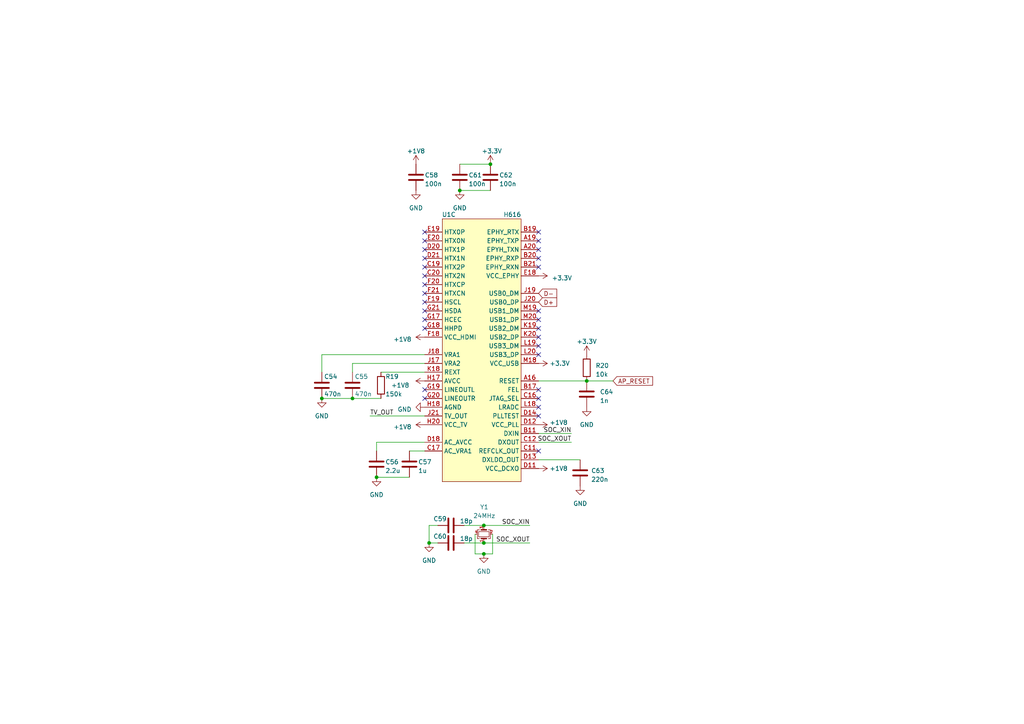
<source format=kicad_sch>
(kicad_sch (version 20231120) (generator "eeschema") (generator_version "8.0")
  (paper "A4")
  (lib_symbols
    (symbol "Device:C" (pin_numbers hide) (pin_names (offset 0.254))
      (property "Reference" "C" (at 0.635 2.54 0))
      (property "Value" "C" (at 0.635 -2.54 0))
      (symbol "C_0_1"
        (polyline (pts (xy -2.032 -0.762) (xy 2.032 -0.762)) (stroke (width 0.508)))
        (polyline (pts (xy -2.032 0.762) (xy 2.032 0.762)) (stroke (width 0.508)))
      )
      (symbol "C_1_1"
        (pin passive line (at 0 3.81 270) (length 2.794) (name "~") (number "1"))
        (pin passive line (at 0 -3.81 90) (length 2.794) (name "~") (number "2"))
      )
    )
    (symbol "Device:Crystal_GND24_Small" (pin_names (offset 1.016) hide)
      (property "Reference" "Y" (at 1.27 4.445 0))
      (property "Value" "Crystal_GND24_Small" (at 1.27 2.54 0))
      (symbol "Crystal_GND24_Small_0_1"
        (rectangle (start -0.762 -1.524) (end 0.762 1.524))
        (polyline (pts (xy -1.27 -0.762) (xy -1.27 0.762)) (stroke (width 0.381)))
        (polyline (pts (xy 1.27 -0.762) (xy 1.27 0.762)) (stroke (width 0.381)))
        (polyline (pts (xy -1.27 -1.27) (xy -1.27 -1.905) (xy 1.27 -1.905) (xy 1.27 -1.27)))
        (polyline (pts (xy -1.27 1.27) (xy -1.27 1.905) (xy 1.27 1.905) (xy 1.27 1.27)))
      )
      (symbol "Crystal_GND24_Small_1_1"
        (pin passive line (at -2.54 0 0) (length 1.27) (name "1") (number "1"))
        (pin passive line (at 0 -2.54 90) (length 0.635) (name "2") (number "2"))
        (pin passive line (at 2.54 0 180) (length 1.27) (name "3") (number "3"))
        (pin passive line (at 0 2.54 270) (length 0.635) (name "4") (number "4"))
      )
    )
    (symbol "Device:R" (pin_numbers hide) (pin_names (offset 0))
      (property "Reference" "R" (at 2.032 0 90))
      (property "Value" "R" (at 0 0 90))
      (symbol "R_0_1"
        (rectangle (start -1.016 -2.54) (end 1.016 2.54) (stroke (width 0.254)))
      )
      (symbol "R_1_1"
        (pin passive line (at 0 3.81 270) (length 1.27) (name "~") (number "1"))
        (pin passive line (at 0 -3.81 90) (length 1.27) (name "~") (number "2"))
      )
    )
    (symbol "H616_lib:H616"
      (property "Reference" "U" (at 0 0 0))
      (symbol "H616_1_1"
        (rectangle (start -7.62 -2.54) (end 15.24 -118.11) (fill (type background)))
        (pin input line (at 20.32 -92.71 180) (length 5.08) (name "VCC_DRAM2") (number "L10"))
        (pin input line (at 20.32 -95.25 180) (length 5.08) (name "VCC_DRAM3") (number "L11"))
        (pin input line (at 20.32 -97.79 180) (length 5.08) (name "VCC_DRAM4") (number "L12"))
        (pin input line (at 20.32 -100.33 180) (length 5.08) (name "VCC_DRAM5") (number "L13"))
        (pin input line (at 20.32 -102.87 180) (length 5.08) (name "VDD18_DRAM") (number "L14"))
        (pin input line (at 20.32 -87.63 180) (length 5.08) (name "SZQ") (number "L15"))
        (pin input line (at 20.32 -90.17 180) (length 5.08) (name "VCC_DRAM1") (number "L9"))
        (pin input line (at -12.7 -113.03 0) (length 5.08) (name "SDQM3") (number "N10"))
        (pin input line (at -12.7 -44.45 0) (length 5.08) (name "SA15") (number "N13"))
        (pin input line (at -12.7 -29.21 0) (length 5.08) (name "SA9") (number "N16"))
        (pin input line (at -12.7 -24.13 0) (length 5.08) (name "SA7") (number "N19"))
        (pin input line (at 20.32 -11.43 180) (length 5.08) (name "SDQ2") (number "N2"))
        (pin input line (at -12.7 -69.85 0) (length 5.08) (name "SODT1") (number "N20"))
        (pin input line (at -12.7 -49.53 0) (length 5.08) (name "SBA0") (number "N21"))
        (pin input line (at 20.32 -6.35 180) (length 5.08) (name "SDQ0") (number "N3"))
        (pin input line (at 20.32 -39.37 180) (length 5.08) (name "SDQ13") (number "N4"))
        (pin input line (at 20.32 -44.45 180) (length 5.08) (name "SDQ15") (number "N5"))
        (pin input line (at 20.32 -72.39 180) (length 5.08) (name "SDQ26") (number "N7"))
        (pin input line (at 20.32 -19.05 180) (length 5.08) (name "SDQ5") (number "P1"))
        (pin input line (at 20.32 -77.47 180) (length 5.08) (name "SDQ28") (number "P10"))
        (pin input line (at 20.32 -82.55 180) (length 5.08) (name "SDQ30") (number "P12"))
        (pin input line (at -12.7 -80.01 0) (length 5.08) (name "SCKE1") (number "P13"))
        (pin input line (at -12.7 -19.05 0) (length 5.08) (name "SA5") (number "P15"))
        (pin input line (at -12.7 -39.37 0) (length 5.08) (name "SA13") (number "P16"))
        (pin input line (at -12.7 -59.69 0) (length 5.08) (name "SACT") (number "P18"))
        (pin input line (at 20.32 -24.13 180) (length 5.08) (name "SDQ7") (number "P2"))
        (pin input line (at -12.7 -54.61 0) (length 5.08) (name "SBG0") (number "P20"))
        (pin input line (at -12.7 -57.15 0) (length 5.08) (name "SBG1") (number "P21"))
        (pin input line (at 20.32 -31.75 180) (length 5.08) (name "SDQ10") (number "P4"))
        (pin input line (at 20.32 -26.67 180) (length 5.08) (name "SDQ8") (number "P5"))
        (pin input line (at 20.32 -41.91 180) (length 5.08) (name "SDQ14") (number "P6"))
        (pin input line (at 20.32 -69.85 180) (length 5.08) (name "SDQ25") (number "P7"))
        (pin input line (at 20.32 -74.93 180) (length 5.08) (name "SDQ27") (number "P9"))
        (pin input line (at -12.7 -87.63 0) (length 5.08) (name "SDQS0N") (number "R1"))
        (pin input line (at 20.32 -85.09 180) (length 5.08) (name "SDQ31") (number "R12"))
        (pin input line (at -12.7 -52.07 0) (length 5.08) (name "SBA1") (number "R15"))
        (pin input line (at -12.7 -16.51 0) (length 5.08) (name "SA4") (number "R18"))
        (pin input line (at -12.7 -31.75 0) (length 5.08) (name "SA10") (number "R19"))
        (pin input line (at -12.7 -85.09 0) (length 5.08) (name "SDQS0P") (number "R2"))
        (pin input line (at -12.7 -64.77 0) (length 5.08) (name "SCS1") (number "R20"))
        (pin input line (at -12.7 -107.95 0) (length 5.08) (name "SDQM1") (number "R3"))
        (pin input line (at 20.32 -34.29 180) (length 5.08) (name "SDQ11") (number "R4"))
        (pin input line (at 20.32 -36.83 180) (length 5.08) (name "SDQ12") (number "R6"))
        (pin input line (at 20.32 -67.31 180) (length 5.08) (name "SDQ24") (number "R9"))
        (pin input line (at 20.32 -46.99 180) (length 5.08) (name "SDQ16") (number "T11"))
        (pin input line (at 20.32 -52.07 180) (length 5.08) (name "SDQ18") (number "T12"))
        (pin input line (at -12.7 -72.39 0) (length 5.08) (name "SCKP") (number "T14"))
        (pin input line (at -12.7 -13.97 0) (length 5.08) (name "SA3") (number "T16"))
        (pin input line (at -12.7 -11.43 0) (length 5.08) (name "SA2") (number "T18"))
        (pin input line (at 20.32 -21.59 180) (length 5.08) (name "SDQ6") (number "T2"))
        (pin input line (at -12.7 -67.31 0) (length 5.08) (name "SODT0") (number "T20"))
        (pin input line (at -12.7 -6.35 0) (length 5.08) (name "SA0") (number "T21"))
        (pin input line (at 20.32 -13.97 180) (length 5.08) (name "SDQ3") (number "T4"))
        (pin input line (at 20.32 -64.77 180) (length 5.08) (name "SDQ23") (number "T5"))
        (pin input line (at 20.32 -57.15 180) (length 5.08) (name "SDQ20") (number "T6"))
        (pin input line (at 20.32 -62.23 180) (length 5.08) (name "SDQ22") (number "T7"))
        (pin input line (at -12.7 -110.49 0) (length 5.08) (name "SDQM2") (number "T9"))
        (pin input line (at -12.7 -105.41 0) (length 5.08) (name "SDQM0") (number "U1"))
        (pin input line (at -12.7 -102.87 0) (length 5.08) (name "SDQS3N") (number "U10"))
        (pin input line (at 20.32 -80.01 180) (length 5.08) (name "SDQ29") (number "U11"))
        (pin input line (at 20.32 -49.53 180) (length 5.08) (name "SDQ17") (number "U12"))
        (pin input line (at -12.7 -74.93 0) (length 5.08) (name "SCKN") (number "U14"))
        (pin input line (at -12.7 -34.29 0) (length 5.08) (name "SA11") (number "U15"))
        (pin input line (at -12.7 -36.83 0) (length 5.08) (name "SA12") (number "U16"))
        (pin input line (at -12.7 -8.89 0) (length 5.08) (name "SA1") (number "U17"))
        (pin input line (at -12.7 -46.99 0) (length 5.08) (name "SA16") (number "U18"))
        (pin input line (at -12.7 -26.67 0) (length 5.08) (name "SA8") (number "U19"))
        (pin input line (at -12.7 -90.17 0) (length 5.08) (name "SDQS1P") (number "U2"))
        (pin input line (at -12.7 -21.59 0) (length 5.08) (name "SA6") (number "U20"))
        (pin input line (at -12.7 -82.55 0) (length 5.08) (name "SRST") (number "U21"))
        (pin input line (at 20.32 -16.51 180) (length 5.08) (name "SDQ4") (number "U3"))
        (pin input line (at 20.32 -8.89 180) (length 5.08) (name "SDQ1") (number "U4"))
        (pin input line (at 20.32 -59.69 180) (length 5.08) (name "SDQ21") (number "U5"))
        (pin input line (at -12.7 -97.79 0) (length 5.08) (name "SDQS2N") (number "U8"))
        (pin input line (at 20.32 -54.61 180) (length 5.08) (name "SDQ19") (number "U9"))
        (pin input line (at -12.7 -100.33 0) (length 5.08) (name "SDQS3P") (number "V10"))
        (pin input line (at -12.7 -77.47 0) (length 5.08) (name "SCKE0") (number "V15"))
        (pin input line (at -12.7 -62.23 0) (length 5.08) (name "SCS0") (number "V17"))
        (pin input line (at -12.7 -92.71 0) (length 5.08) (name "SDQS1N") (number "V2"))
        (pin input line (at -12.7 -41.91 0) (length 5.08) (name "SA14") (number "V20"))
        (pin input line (at 20.32 -29.21 180) (length 5.08) (name "SDQ9") (number "V3"))
        (pin input line (at -12.7 -95.25 0) (length 5.08) (name "SDQS2P") (number "V8"))
      )
      (symbol "H616_2_1"
        (rectangle (start -7.62 -38.1) (end 10.16 -162.56) (fill (type background)))
        (pin input line (at 15.24 -63.5 180) (length 5.08) (name "PH9") (number "A12"))
        (pin input line (at 15.24 -50.8 180) (length 5.08) (name "PH4") (number "A14"))
        (pin input line (at -12.7 -154.94 0) (length 5.08) (name "PG18") (number "A2"))
        (pin input line (at -12.7 -124.46 0) (length 5.08) (name "PG6") (number "A4"))
        (pin input line (at -12.7 -109.22 0) (length 5.08) (name "PG0") (number "A6"))
        (pin input line (at -12.7 -147.32 0) (length 5.08) (name "PG15") (number "A8"))
        (pin input line (at -12.7 -40.64 0) (length 5.08) (name "PC0") (number "B1"))
        (pin input line (at -12.7 -137.16 0) (length 5.08) (name "PG11") (number "B10"))
        (pin input line (at 15.24 -58.42 180) (length 5.08) (name "PH7") (number "B12"))
        (pin input line (at 15.24 -66.04 180) (length 5.08) (name "PH10") (number "B13"))
        (pin input line (at 15.24 -53.34 180) (length 5.08) (name "PH5") (number "B14"))
        (pin input line (at 15.24 -45.72 180) (length 5.08) (name "PH2") (number "B15"))
        (pin input line (at 15.24 -121.92 180) (length 5.08) (name "PL1") (number "B18"))
        (pin input line (at -12.7 -157.48 0) (length 5.08) (name "PG19") (number "B2"))
        (pin input line (at -12.7 -132.08 0) (length 5.08) (name "PG9") (number "B3"))
        (pin input line (at -12.7 -127 0) (length 5.08) (name "PG7") (number "B4"))
        (pin input line (at -12.7 -116.84 0) (length 5.08) (name "PG3") (number "B5"))
        (pin input line (at -12.7 -121.92 0) (length 5.08) (name "PG5") (number "B7"))
        (pin input line (at -12.7 -149.86 0) (length 5.08) (name "PG16") (number "B8"))
        (pin input line (at -12.7 -144.78 0) (length 5.08) (name "PG14") (number "B9"))
        (pin input line (at -12.7 -45.72 0) (length 5.08) (name "PC2") (number "C1"))
        (pin input line (at -12.7 -142.24 0) (length 5.08) (name "PG13") (number "C10"))
        (pin input line (at 15.24 -60.96 180) (length 5.08) (name "PH8") (number "C13"))
        (pin input line (at 15.24 -55.88 180) (length 5.08) (name "PH6") (number "C14"))
        (pin input line (at 15.24 -48.26 180) (length 5.08) (name "PH3") (number "C15"))
        (pin input line (at 15.24 -119.38 180) (length 5.08) (name "PL0") (number "C18"))
        (pin input line (at -12.7 -43.18 0) (length 5.08) (name "PC1") (number "C2"))
        (pin input line (at -12.7 -152.4 0) (length 5.08) (name "PG17") (number "C3"))
        (pin input line (at -12.7 -129.54 0) (length 5.08) (name "PG8") (number "C4"))
        (pin input line (at -12.7 -119.38 0) (length 5.08) (name "PG4") (number "C5"))
        (pin input line (at -12.7 -114.3 0) (length 5.08) (name "PG2") (number "C6"))
        (pin input line (at -12.7 -111.76 0) (length 5.08) (name "PG1") (number "C7"))
        (pin input line (at -12.7 -134.62 0) (length 5.08) (name "PG10") (number "C8"))
        (pin input line (at -12.7 -139.7 0) (length 5.08) (name "PG12") (number "C9"))
        (pin input line (at -12.7 -48.26 0) (length 5.08) (name "PC3") (number "D1"))
        (pin input line (at 15.24 -43.18 180) (length 5.08) (name "PH1") (number "D15"))
        (pin input line (at 15.24 -40.64 180) (length 5.08) (name "PH0") (number "D16"))
        (pin input line (at -12.7 -50.8 0) (length 5.08) (name "PC4") (number "D2"))
        (pin input line (at -12.7 -53.34 0) (length 5.08) (name "PC5") (number "D3"))
        (pin input line (at 15.24 -73.66 180) (length 5.08) (name "PI1") (number "D4"))
        (pin input line (at 15.24 -93.98 180) (length 5.08) (name "PI9") (number "D5"))
        (pin input line (at -12.7 -160.02 0) (length 5.08) (name "VCC_PG") (number "D7"))
        (pin input line (at -12.7 -55.88 0) (length 5.08) (name "PC6") (number "E2"))
        (pin input line (at -12.7 -60.96 0) (length 5.08) (name "PC8") (number "E3"))
        (pin input line (at 15.24 -78.74 180) (length 5.08) (name "PI3") (number "E4"))
        (pin input line (at 15.24 -104.14 180) (length 5.08) (name "PI13") (number "E5"))
        (pin input line (at 15.24 -91.44 180) (length 5.08) (name "PI8") (number "E6"))
        (pin input line (at -12.7 -63.5 0) (length 5.08) (name "PC9") (number "F1"))
        (pin input line (at -12.7 -66.04 0) (length 5.08) (name "PC10") (number "F2"))
        (pin input line (at -12.7 -68.58 0) (length 5.08) (name "PC11") (number "F3"))
        (pin input line (at -12.7 -58.42 0) (length 5.08) (name "PC7") (number "F4"))
        (pin input line (at -12.7 -83.82 0) (length 5.08) (name "VCC_PC") (number "F5"))
        (pin input line (at -12.7 -71.12 0) (length 5.08) (name "PC12") (number "G2"))
        (pin input line (at -12.7 -73.66 0) (length 5.08) (name "PC13") (number "G3"))
        (pin input line (at 15.24 -88.9 180) (length 5.08) (name "PI7") (number "G4"))
        (pin input line (at 15.24 -81.28 180) (length 5.08) (name "PI4") (number "G5"))
        (pin input line (at 15.24 -76.2 180) (length 5.08) (name "PI2") (number "G6"))
        (pin input line (at -12.7 -76.2 0) (length 5.08) (name "PC14") (number "H1"))
        (pin input line (at -12.7 -78.74 0) (length 5.08) (name "PC15") (number "H2"))
        (pin input line (at -12.7 -81.28 0) (length 5.08) (name "PC16") (number "H3"))
        (pin input line (at 15.24 -83.82 180) (length 5.08) (name "PI5") (number "H4"))
        (pin input line (at 15.24 -86.36 180) (length 5.08) (name "PI6") (number "H5"))
        (pin input line (at 15.24 -71.12 180) (length 5.08) (name "PI0") (number "H6"))
        (pin input line (at -12.7 -88.9 0) (length 5.08) (name "PF0") (number "J2"))
        (pin input line (at -12.7 -91.44 0) (length 5.08) (name "PF1") (number "J3"))
        (pin input line (at 15.24 -114.3 180) (length 5.08) (name "VCC_PI") (number "J6"))
        (pin input line (at -12.7 -93.98 0) (length 5.08) (name "PF2") (number "K1"))
        (pin input line (at -12.7 -104.14 0) (length 5.08) (name "PF6") (number "K2"))
        (pin input line (at -12.7 -96.52 0) (length 5.08) (name "PF3") (number "K3"))
        (pin input line (at 15.24 -99.06 180) (length 5.08) (name "PI11") (number "K4"))
        (pin input line (at 15.24 -101.6 180) (length 5.08) (name "PI12") (number "K5"))
        (pin input line (at 15.24 -111.76 180) (length 5.08) (name "PI16") (number "K6"))
        (pin input line (at -12.7 -99.06 0) (length 5.08) (name "PF4") (number "L2"))
        (pin input line (at -12.7 -101.6 0) (length 5.08) (name "PF5") (number "L3"))
        (pin input line (at 15.24 -109.22 180) (length 5.08) (name "PI15") (number "L4"))
        (pin input line (at 15.24 -96.52 180) (length 5.08) (name "PI10") (number "L5"))
        (pin input line (at 15.24 -106.68 180) (length 5.08) (name "PI14") (number "L6"))
      )
      (symbol "H616_3_1"
        (rectangle (start -8.89 -39.37) (end 13.97 -115.57) (fill (type background)))
        (pin input line (at 19.05 -86.36 180) (length 5.08) (name "RESET") (number "A16"))
        (pin input line (at 19.05 -45.72 180) (length 5.08) (name "EPHY_TXP") (number "A19"))
        (pin input line (at 19.05 -48.26 180) (length 5.08) (name "EPYH_TXN") (number "A20"))
        (pin input line (at 19.05 -101.6 180) (length 5.08) (name "DXIN") (number "B11"))
        (pin input line (at 19.05 -88.9 180) (length 5.08) (name "FEL") (number "B17"))
        (pin input line (at 19.05 -43.18 180) (length 5.08) (name "EPHY_RTX") (number "B19"))
        (pin input line (at 19.05 -50.8 180) (length 5.08) (name "EPHY_RXP") (number "B20"))
        (pin input line (at 19.05 -53.34 180) (length 5.08) (name "EPHY_RXN") (number "B21"))
        (pin input line (at 19.05 -106.68 180) (length 5.08) (name "REFCLK_OUT") (number "C11"))
        (pin input line (at 19.05 -104.14 180) (length 5.08) (name "DXOUT") (number "C12"))
        (pin input line (at 19.05 -91.44 180) (length 5.08) (name "JTAG_SEL") (number "C16"))
        (pin input line (at -13.97 -106.68 0) (length 5.08) (name "AC_VRA1") (number "C17"))
        (pin input line (at -13.97 -53.34 0) (length 5.08) (name "HTX2P") (number "C19"))
        (pin input line (at -13.97 -55.88 0) (length 5.08) (name "HTX2N") (number "C20"))
        (pin input line (at 19.05 -111.76 180) (length 5.08) (name "VCC_DCXO") (number "D11"))
        (pin input line (at 19.05 -99.06 180) (length 5.08) (name "VCC_PLL") (number "D12"))
        (pin input line (at 19.05 -109.22 180) (length 5.08) (name "DXLDO_OUT") (number "D13"))
        (pin input line (at 19.05 -96.52 180) (length 5.08) (name "PLLTEST") (number "D14"))
        (pin input line (at -13.97 -104.14 0) (length 5.08) (name "AC_AVCC") (number "D18"))
        (pin input line (at -13.97 -48.26 0) (length 5.08) (name "HTX1P") (number "D20"))
        (pin input line (at -13.97 -50.8 0) (length 5.08) (name "HTX1N") (number "D21"))
        (pin input line (at 19.05 -55.88 180) (length 5.08) (name "VCC_EPHY") (number "E18"))
        (pin input line (at -13.97 -43.18 0) (length 5.08) (name "HTX0P") (number "E19"))
        (pin input line (at -13.97 -45.72 0) (length 5.08) (name "HTX0N") (number "E20"))
        (pin input line (at -13.97 -73.66 0) (length 5.08) (name "VCC_HDMI") (number "F18"))
        (pin input line (at -13.97 -63.5 0) (length 5.08) (name "HSCL") (number "F19"))
        (pin input line (at -13.97 -58.42 0) (length 5.08) (name "HTXCP") (number "F20"))
        (pin input line (at -13.97 -60.96 0) (length 5.08) (name "HTXCN") (number "F21"))
        (pin input line (at -13.97 -68.58 0) (length 5.08) (name "HCEC") (number "G17"))
        (pin input line (at -13.97 -71.12 0) (length 5.08) (name "HHPD") (number "G18"))
        (pin input line (at -13.97 -88.9 0) (length 5.08) (name "LINEOUTL") (number "G19"))
        (pin input line (at -13.97 -91.44 0) (length 5.08) (name "LINEOUTR") (number "G20"))
        (pin input line (at -13.97 -66.04 0) (length 5.08) (name "HSDA") (number "G21"))
        (pin input line (at -13.97 -86.36 0) (length 5.08) (name "AVCC") (number "H17"))
        (pin input line (at -13.97 -93.98 0) (length 5.08) (name "AGND") (number "H18"))
        (pin input line (at -13.97 -99.06 0) (length 5.08) (name "VCC_TV") (number "H20"))
        (pin input line (at -13.97 -81.28 0) (length 5.08) (name "VRA2") (number "J17"))
        (pin input line (at -13.97 -78.74 0) (length 5.08) (name "VRA1") (number "J18"))
        (pin input line (at 19.05 -60.96 180) (length 5.08) (name "USB0_DM") (number "J19"))
        (pin input line (at 19.05 -63.5 180) (length 5.08) (name "USB0_DP") (number "J20"))
        (pin input line (at -13.97 -96.52 0) (length 5.08) (name "TV_OUT") (number "J21"))
        (pin input line (at -13.97 -83.82 0) (length 5.08) (name "REXT") (number "K18"))
        (pin input line (at 19.05 -71.12 180) (length 5.08) (name "USB2_DM") (number "K19"))
        (pin input line (at 19.05 -73.66 180) (length 5.08) (name "USB2_DP") (number "K20"))
        (pin input line (at 19.05 -93.98 180) (length 5.08) (name "LRADC") (number "L18"))
        (pin input line (at 19.05 -76.2 180) (length 5.08) (name "USB3_DM") (number "L19"))
        (pin input line (at 19.05 -78.74 180) (length 5.08) (name "USB3_DP") (number "L20"))
        (pin input line (at 19.05 -81.28 180) (length 5.08) (name "VCC_USB") (number "M18"))
        (pin input line (at 19.05 -66.04 180) (length 5.08) (name "USB1_DM") (number "M19"))
        (pin input line (at 19.05 -68.58 180) (length 5.08) (name "USB1_DP") (number "M20"))
      )
      (symbol "H616_4_1"
        (rectangle (start -6.35 -2.54) (end 19.05 -112.395) (fill (type background)))
        (pin input line (at -11.43 -64.77 0) (length 5.08) (name "GND1") (number "A1"))
        (pin input line (at -11.43 -67.31 0) (length 5.08) (name "GND2") (number "A10"))
        (pin input line (at -11.43 -69.85 0) (length 5.08) (name "GND3") (number "A18"))
        (pin input line (at -11.43 -72.39 0) (length 5.08) (name "GND4") (number "A21"))
        (pin input line (at -11.43 -77.47 0) (length 5.08) (name "GND6") (number "B16"))
        (pin input line (at -11.43 -74.93 0) (length 5.08) (name "GND5") (number "B6"))
        (pin input line (at -11.43 -59.69 0) (length 5.08) (name "VCC_IO") (number "D10"))
        (pin input line (at -11.43 -80.01 0) (length 5.08) (name "GND7") (number "D19"))
        (pin input line (at -11.43 -46.99 0) (length 5.08) (name "VDD_GPU2") (number "F10"))
        (pin input line (at -11.43 -6.35 0) (length 5.08) (name "VDD_SYS1") (number "F11"))
        (pin input line (at -11.43 -8.89 0) (length 5.08) (name "VDD_SYS2") (number "F12"))
        (pin input line (at -11.43 -11.43 0) (length 5.08) (name "VDD_SYS3") (number "F13"))
        (pin input line (at -11.43 -82.55 0) (length 5.08) (name "GND8") (number "F14"))
        (pin input line (at -11.43 -85.09 0) (length 5.08) (name "GND9") (number "F15"))
        (pin input line (at -11.43 -54.61 0) (length 5.08) (name "VDD_GPUFB") (number "F8"))
        (pin input line (at -11.43 -44.45 0) (length 5.08) (name "VDD_GPU1") (number "F9"))
        (pin input line (at -11.43 -13.97 0) (length 5.08) (name "VDD_SYS4") (number "G10"))
        (pin input line (at -11.43 -16.51 0) (length 5.08) (name "VDD_SYS5") (number "G11"))
        (pin input line (at -11.43 -19.05 0) (length 5.08) (name "VDD_SYS6") (number "G12"))
        (pin input line (at -11.43 -87.63 0) (length 5.08) (name "GND10") (number "G13"))
        (pin input line (at -11.43 -90.17 0) (length 5.08) (name "GND11") (number "G14"))
        (pin input line (at -11.43 -92.71 0) (length 5.08) (name "GND12") (number "G15"))
        (pin input line (at -11.43 -49.53 0) (length 5.08) (name "VDD_GPU3") (number "G8"))
        (pin input line (at -11.43 -52.07 0) (length 5.08) (name "VDD_GPU4") (number "G9"))
        (pin input line (at -11.43 -95.25 0) (length 5.08) (name "GND13") (number "H10"))
        (pin input line (at -11.43 -97.79 0) (length 5.08) (name "GND14") (number "H11"))
        (pin input line (at -11.43 -100.33 0) (length 5.08) (name "GND15") (number "H12"))
        (pin input line (at 24.13 -6.35 180) (length 5.08) (name "GND16") (number "H13"))
        (pin input line (at 24.13 -8.89 180) (length 5.08) (name "GND17") (number "H14"))
        (pin input line (at 24.13 -11.43 180) (length 5.08) (name "GND18") (number "H15"))
        (pin input line (at 24.13 -13.97 180) (length 5.08) (name "GND19") (number "H19"))
        (pin input line (at -11.43 -24.13 0) (length 5.08) (name "VDD_CPU1") (number "H8"))
        (pin input line (at -11.43 -26.67 0) (length 5.08) (name "VDD_CPU2") (number "H9"))
        (pin input line (at -11.43 -34.29 0) (length 5.08) (name "VDD_CPU5") (number "J10"))
        (pin input line (at -11.43 -36.83 0) (length 5.08) (name "VDD_CPU6") (number "J11"))
        (pin input line (at 24.13 -16.51 180) (length 5.08) (name "GND20") (number "J12"))
        (pin input line (at 24.13 -19.05 180) (length 5.08) (name "GND21") (number "J13"))
        (pin input line (at 24.13 -21.59 180) (length 5.08) (name "GND22") (number "J14"))
        (pin input line (at 24.13 -24.13 180) (length 5.08) (name "GND23") (number "J15"))
        (pin input line (at -11.43 -29.21 0) (length 5.08) (name "VDD_CPU3") (number "J8"))
        (pin input line (at -11.43 -31.75 0) (length 5.08) (name "VDD_CPU4") (number "J9"))
        (pin input line (at 24.13 -34.29 180) (length 5.08) (name "GND27") (number "K10"))
        (pin input line (at 24.13 -36.83 180) (length 5.08) (name "GND28") (number "K11"))
        (pin input line (at 24.13 -39.37 180) (length 5.08) (name "GND29") (number "K12"))
        (pin input line (at 24.13 -41.91 180) (length 5.08) (name "GND30") (number "K13"))
        (pin input line (at 24.13 -44.45 180) (length 5.08) (name "GND31") (number "K14"))
        (pin input line (at 24.13 -46.99 180) (length 5.08) (name "GND32") (number "K15"))
        (pin input line (at 24.13 -29.21 180) (length 5.08) (name "GND25") (number "K8"))
        (pin input line (at 24.13 -31.75 180) (length 5.08) (name "GND26") (number "K9"))
        (pin input line (at 24.13 -49.53 180) (length 5.08) (name "GND33") (number "L21"))
        (pin input line (at -11.43 -39.37 0) (length 5.08) (name "VDD_CPUFB") (number "L8"))
        (pin input line (at 24.13 -26.67 180) (length 5.08) (name "GND24") (number "M1"))
        (pin input line (at 24.13 -52.07 180) (length 5.08) (name "GND34") (number "M2"))
        (pin input line (at 24.13 -54.61 180) (length 5.08) (name "GND35") (number "M3"))
        (pin input line (at 24.13 -62.23 180) (length 5.08) (name "GND38") (number "N12"))
        (pin input line (at 24.13 -64.77 180) (length 5.08) (name "GND39") (number "N15"))
        (pin input line (at 24.13 -67.31 180) (length 5.08) (name "GND40") (number "N18"))
        (pin input line (at 24.13 -57.15 180) (length 5.08) (name "GND36") (number "N6"))
        (pin input line (at 24.13 -59.69 180) (length 5.08) (name "GND37") (number "N9"))
        (pin input line (at 24.13 -69.85 180) (length 5.08) (name "GND41") (number "P3"))
        (pin input line (at 24.13 -74.93 180) (length 5.08) (name "GND43") (number "R21"))
        (pin input line (at 24.13 -72.39 180) (length 5.08) (name "GND42") (number "R5"))
        (pin input line (at 24.13 -77.47 180) (length 5.08) (name "GND44") (number "T1"))
        (pin input line (at 24.13 -85.09 180) (length 5.08) (name "GND47") (number "T10"))
        (pin input line (at 24.13 -87.63 180) (length 5.08) (name "GND48") (number "T15"))
        (pin input line (at 24.13 -90.17 180) (length 5.08) (name "GND49") (number "T17"))
        (pin input line (at 24.13 -80.01 180) (length 5.08) (name "GND45") (number "T3"))
        (pin input line (at 24.13 -82.55 180) (length 5.08) (name "GND46") (number "T8"))
        (pin input line (at 24.13 -95.25 180) (length 5.08) (name "GND51") (number "U13"))
        (pin input line (at 24.13 -92.71 180) (length 5.08) (name "GND50") (number "U6"))
        (pin input line (at 24.13 -97.79 180) (length 5.08) (name "GND52") (number "V1"))
        (pin input line (at 24.13 -102.87 180) (length 5.08) (name "GND54") (number "V12"))
        (pin input line (at 24.13 -105.41 180) (length 5.08) (name "GND55") (number "V19"))
        (pin input line (at 24.13 -107.95 180) (length 5.08) (name "GND56") (number "V21"))
        (pin input line (at 24.13 -100.33 180) (length 5.08) (name "GND53") (number "V5"))
      )
    )
    (symbol "power:+1V8" (power) (pin_names (offset 0))
      (property "Value" "+1V8" (at 0 3.556 0))
      (symbol "+1V8_0_1"
        (polyline (pts (xy -0.762 1.27) (xy 0 2.54)))
        (polyline (pts (xy 0 0) (xy 0 2.54)))
        (polyline (pts (xy 0 2.54) (xy 0.762 1.27)))
      )
      (symbol "+1V8_1_1"
        (pin power_in line (at 0 0 90) (length 0) hide (name "+1V8") (number "1"))
      )
    )
    (symbol "power:+3.3V" (power) (pin_names (offset 0))
      (property "Value" "+3.3V" (at 0 3.556 0))
      (symbol "+3.3V_0_1"
        (polyline (pts (xy -0.762 1.27) (xy 0 2.54)))
        (polyline (pts (xy 0 0) (xy 0 2.54)))
        (polyline (pts (xy 0 2.54) (xy 0.762 1.27)))
      )
      (symbol "+3.3V_1_1"
        (pin power_in line (at 0 0 90) (length 0) hide (name "+3.3V") (number "1"))
      )
    )
    (symbol "power:GND" (power) (pin_names (offset 0))
      (property "Value" "GND" (at 0 -3.81 0))
      (symbol "GND_0_1"
        (polyline (pts (xy 0 0) (xy 0 -1.27) (xy 1.27 -1.27) (xy 0 -2.54) (xy -1.27 -1.27) (xy 0 -1.27)))
      )
      (symbol "GND_1_1"
        (pin power_in line (at 0 0 270) (length 0) hide (name "GND") (number "1"))
      )
    )
  )
  (junction (at 140.335 152.4))
  (junction (at 140.335 157.48))
  (junction (at 170.18 110.49))
  (junction (at 102.235 115.57))
  (junction (at 133.35 55.245))
  (junction (at 124.46 157.48))
  (junction (at 142.24 47.625))
  (junction (at 109.22 138.43))
  (junction (at 93.345 115.57))
  (junction (at 140.335 160.655))
  (no_connect (at 156.21 67.31))
  (no_connect (at 156.21 92.71))
  (no_connect (at 123.19 85.09))
  (no_connect (at 156.21 113.03))
  (no_connect (at 123.19 115.57))
  (no_connect (at 156.21 130.81))
  (no_connect (at 156.21 95.25))
  (no_connect (at 123.19 80.01))
  (no_connect (at 123.19 95.25))
  (no_connect (at 156.21 100.33))
  (no_connect (at 156.21 102.87))
  (no_connect (at 156.21 118.11))
  (no_connect (at 123.19 92.71))
  (no_connect (at 123.19 67.31))
  (no_connect (at 123.19 113.03))
  (no_connect (at 156.21 97.79))
  (no_connect (at 156.21 72.39))
  (no_connect (at 156.21 69.85))
  (no_connect (at 156.21 120.65))
  (no_connect (at 123.19 82.55))
  (no_connect (at 123.19 90.17))
  (no_connect (at 123.19 87.63))
  (no_connect (at 123.19 69.85))
  (no_connect (at 123.19 77.47))
  (no_connect (at 123.19 72.39))
  (no_connect (at 156.21 77.47))
  (no_connect (at 156.21 90.17))
  (no_connect (at 123.19 74.93))
  (no_connect (at 156.21 115.57))
  (no_connect (at 156.21 74.93))
  (wire (pts (xy 127 152.4) (xy 124.46 152.4)))
  (wire (pts (xy 123.19 128.27) (xy 109.22 128.27)))
  (wire (pts (xy 107.315 120.65) (xy 123.19 120.65)))
  (wire (pts (xy 134.62 157.48) (xy 140.335 157.48)))
  (wire (pts (xy 124.46 157.48) (xy 127 157.48)))
  (wire (pts (xy 142.875 160.655) (xy 140.335 160.655)))
  (wire (pts (xy 142.875 154.94) (xy 142.875 160.655)))
  (wire (pts (xy 109.22 128.27) (xy 109.22 130.81)))
  (wire (pts (xy 93.345 102.87) (xy 93.345 107.95)))
  (wire (pts (xy 134.62 152.4) (xy 140.335 152.4)))
  (wire (pts (xy 118.745 130.81) (xy 123.19 130.81)))
  (wire (pts (xy 102.235 115.57) (xy 110.49 115.57)))
  (wire (pts (xy 140.335 157.48) (xy 153.67 157.48)))
  (wire (pts (xy 156.21 133.35) (xy 168.275 133.35)))
  (wire (pts (xy 133.35 47.625) (xy 142.24 47.625)))
  (wire (pts (xy 133.35 55.245) (xy 142.24 55.245)))
  (wire (pts (xy 123.19 105.41) (xy 102.235 105.41)))
  (wire (pts (xy 123.19 102.87) (xy 93.345 102.87)))
  (wire (pts (xy 124.46 152.4) (xy 124.46 157.48)))
  (wire (pts (xy 140.335 160.655) (xy 137.795 160.655)))
  (wire (pts (xy 102.235 105.41) (xy 102.235 107.95)))
  (wire (pts (xy 109.22 138.43) (xy 118.745 138.43)))
  (wire (pts (xy 156.21 110.49) (xy 170.18 110.49)))
  (wire (pts (xy 156.21 125.73) (xy 165.735 125.73)))
  (wire (pts (xy 170.18 110.49) (xy 177.8 110.49)))
  (wire (pts (xy 156.21 128.27) (xy 165.735 128.27)))
  (wire (pts (xy 110.49 107.95) (xy 123.19 107.95)))
  (wire (pts (xy 93.345 115.57) (xy 102.235 115.57)))
  (wire (pts (xy 137.795 160.655) (xy 137.795 154.94)))
  (wire (pts (xy 140.335 152.4) (xy 153.67 152.4)))
  (label "SOC_XIN" (at 165.735 125.73 180))
  (label "TV_OUT" (at 107.315 120.65 0))
  (label "SOC_XIN" (at 153.67 152.4 180))
  (label "SOC_XOUT" (at 153.67 157.48 180))
  (label "SOC_XOUT" (at 165.735 128.27 180))
  (global_label "D-" (shape input) (at 156.21 85.09 0) (property "Intersheetrefs" "${INTERSHEET_REFS}" (effects (hide yes))))
  (global_label "D+" (shape input) (at 156.21 87.63 0) (property "Intersheetrefs" "${INTERSHEET_REFS}" (effects (hide yes))))
  (global_label "AP_RESET" (shape input) (at 177.8 110.49 0) (property "Intersheetrefs" "${INTERSHEET_REFS}" (effects (hide yes))))
  (symbol (lib_id "power:GND") (at 133.35 55.245 0) (unit 1)
    (property "Reference" "#PWR076" (effects (hide yes)))
    (property "Value" "GND" (at 133.35 60.325 0))
  )
  (symbol (lib_id "power:GND") (at 170.18 118.11 0) (unit 1)
    (property "Reference" "#PWR085" (effects (hide yes)))
    (property "Value" "GND" (at 170.18 123.19 0))
  )
  (symbol (lib_id "Device:C") (at 130.81 152.4 90) (unit 1)
    (property "Reference" "C59" (at 127.635 150.495 90))
    (property "Value" "18p" (at 135.255 151.13 90))
    (property "Footprint" "Capacitor_SMD:C_0402_1005Metric_Pad0.74x0.62mm_HandSolder" (effects (hide yes)))
  )
  (symbol (lib_id "Device:R") (at 110.49 111.76 0) (unit 1)
    (property "Reference" "R19" (at 111.76 109.22 0) (effects (justify left)))
    (property "Value" "150k" (at 111.76 114.3 0) (effects (justify left)))
    (property "Footprint" "Resistor_SMD:R_0402_1005Metric_Pad0.72x0.64mm_HandSolder" (effects (hide yes)))
  )
  (symbol (lib_id "power:+1V8") (at 123.19 97.79 90) (unit 1)
    (property "Reference" "#PWR071" (effects (hide yes)))
    (property "Value" "+1V8" (at 119.38 98.425 90) (effects (justify left)))
  )
  (symbol (lib_id "power:+1V8") (at 120.65 47.625 0) (unit 1)
    (property "Reference" "#PWR069" (effects (hide yes)))
    (property "Value" "+1V8" (at 120.65 43.815 0))
  )
  (symbol (lib_id "Device:C") (at 170.18 114.3 0) (unit 1)
    (property "Reference" "C64" (at 173.99 113.665 0) (effects (justify left)))
    (property "Value" "1n" (at 173.99 116.205 0) (effects (justify left)))
    (property "Footprint" "Capacitor_SMD:C_0402_1005Metric_Pad0.74x0.62mm_HandSolder" (effects (hide yes)))
  )
  (symbol (lib_id "power:+1V8") (at 156.21 123.19 270) (unit 1)
    (property "Reference" "#PWR081" (effects (hide yes)))
    (property "Value" "+1V8" (at 159.385 122.555 90) (effects (justify left)))
  )
  (symbol (lib_id "Device:C") (at 120.65 51.435 0) (unit 1)
    (property "Reference" "C58" (at 123.19 50.8 0) (effects (justify left)))
    (property "Value" "100n" (at 123.19 53.34 0) (effects (justify left)))
    (property "Footprint" "Capacitor_SMD:C_0402_1005Metric_Pad0.74x0.62mm_HandSolder" (effects (hide yes)))
  )
  (symbol (lib_id "power:+3.3V") (at 142.24 47.625 0) (unit 1)
    (property "Reference" "#PWR078" (effects (hide yes)))
    (property "Value" "+3.3V" (at 139.7 43.815 0) (effects (justify left)))
  )
  (symbol (lib_id "power:+3.3V") (at 156.21 80.01 270) (unit 1)
    (property "Reference" "#PWR079" (effects (hide yes)))
    (property "Value" "+3.3V" (at 160.02 80.645 90) (effects (justify left)))
  )
  (symbol (lib_id "power:+1V8") (at 123.19 110.49 90) (unit 1)
    (property "Reference" "#PWR072" (effects (hide yes)))
    (property "Value" "+1V8" (at 118.745 111.76 90) (effects (justify left)))
  )
  (symbol (lib_id "Device:C") (at 168.275 137.16 0) (unit 1)
    (property "Reference" "C63" (at 171.45 136.525 0) (effects (justify left)))
    (property "Value" "220n" (at 171.45 139.065 0) (effects (justify left)))
    (property "Footprint" "Capacitor_SMD:C_0402_1005Metric_Pad0.74x0.62mm_HandSolder" (effects (hide yes)))
  )
  (symbol (lib_id "power:GND") (at 124.46 157.48 0) (unit 1)
    (property "Reference" "#PWR075" (effects (hide yes)))
    (property "Value" "GND" (at 124.46 162.56 0))
  )
  (symbol (lib_id "power:GND") (at 120.65 55.245 0) (unit 1)
    (property "Reference" "#PWR070" (effects (hide yes)))
    (property "Value" "GND" (at 120.65 60.325 0))
  )
  (symbol (lib_id "Device:Crystal_GND24_Small") (at 140.335 154.94 90) (unit 1)
    (property "Reference" "Y1" (at 140.462 147.066 90))
    (property "Value" "24MHz" (at 140.462 149.606 90))
    (property "Footprint" "Crystal:Crystal_SMD_2520-4Pin_2.5x2.0mm" (effects (hide yes)))
  )
  (symbol (lib_id "Device:C") (at 118.745 134.62 0) (unit 1)
    (property "Reference" "C57" (at 121.285 133.985 0) (effects (justify left)))
    (property "Value" "1u" (at 121.285 136.525 0) (effects (justify left)))
    (property "Footprint" "Capacitor_SMD:C_0402_1005Metric_Pad0.74x0.62mm_HandSolder" (effects (hide yes)))
  )
  (symbol (lib_id "power:GND") (at 123.19 118.11 270) (unit 1)
    (property "Reference" "#PWR073" (effects (hide yes)))
    (property "Value" "GND" (at 119.38 118.745 90) (effects (justify right)))
  )
  (symbol (lib_id "Device:C") (at 109.22 134.62 0) (unit 1)
    (property "Reference" "C56" (at 111.76 133.985 0) (effects (justify left)))
    (property "Value" "2.2u" (at 111.76 136.525 0) (effects (justify left)))
    (property "Footprint" "Capacitor_SMD:C_0402_1005Metric_Pad0.74x0.62mm_HandSolder" (effects (hide yes)))
  )
  (symbol (lib_id "power:+1V8") (at 123.19 123.19 90) (unit 1)
    (property "Reference" "#PWR074" (effects (hide yes)))
    (property "Value" "+1V8" (at 119.38 123.825 90) (effects (justify left)))
  )
  (symbol (lib_id "power:+1V8") (at 156.21 135.89 270) (unit 1)
    (property "Reference" "#PWR082" (effects (hide yes)))
    (property "Value" "+1V8" (at 159.385 135.89 90) (effects (justify left)))
  )
  (symbol (lib_id "Device:C") (at 133.35 51.435 0) (unit 1)
    (property "Reference" "C61" (at 135.89 50.8 0) (effects (justify left)))
    (property "Value" "100n" (at 135.89 53.34 0) (effects (justify left)))
    (property "Footprint" "Capacitor_SMD:C_0402_1005Metric_Pad0.74x0.62mm_HandSolder" (effects (hide yes)))
  )
  (symbol (lib_id "power:GND") (at 140.335 160.655 0) (unit 1)
    (property "Reference" "#PWR077" (effects (hide yes)))
    (property "Value" "GND" (at 140.335 165.735 0))
  )
  (symbol (lib_id "Device:C") (at 130.81 157.48 90) (unit 1)
    (property "Reference" "C60" (at 127.635 155.575 90))
    (property "Value" "18p" (at 135.255 156.21 90))
    (property "Footprint" "Capacitor_SMD:C_0402_1005Metric_Pad0.74x0.62mm_HandSolder" (effects (hide yes)))
  )
  (symbol (lib_id "power:+3.3V") (at 156.21 105.41 270) (unit 1)
    (property "Reference" "#PWR080" (effects (hide yes)))
    (property "Value" "+3.3V" (at 159.385 105.41 90) (effects (justify left)))
  )
  (symbol (lib_id "Device:R") (at 170.18 106.68 0) (unit 1)
    (property "Reference" "R20" (at 172.72 106.045 0) (effects (justify left)))
    (property "Value" "10k" (at 172.72 108.585 0) (effects (justify left)))
    (property "Footprint" "Resistor_SMD:R_0402_1005Metric_Pad0.72x0.64mm_HandSolder" (effects (hide yes)))
  )
  (symbol (lib_id "Device:C") (at 102.235 111.76 0) (unit 1)
    (property "Reference" "C55" (at 102.87 109.22 0) (effects (justify left)))
    (property "Value" "470n" (at 102.87 114.3 0) (effects (justify left)))
    (property "Footprint" "Capacitor_SMD:C_0402_1005Metric_Pad0.74x0.62mm_HandSolder" (effects (hide yes)))
  )
  (symbol (lib_id "Device:C") (at 93.345 111.76 0) (unit 1)
    (property "Reference" "C54" (at 93.98 109.22 0) (effects (justify left)))
    (property "Value" "470n" (at 93.98 114.3 0) (effects (justify left)))
    (property "Footprint" "Capacitor_SMD:C_0402_1005Metric_Pad0.74x0.62mm_HandSolder" (effects (hide yes)))
  )
  (symbol (lib_id "power:GND") (at 109.22 138.43 0) (unit 1)
    (property "Reference" "#PWR068" (effects (hide yes)))
    (property "Value" "GND" (at 109.22 143.51 0))
  )
  (symbol (lib_id "power:+3.3V") (at 170.18 102.87 0) (unit 1)
    (property "Reference" "#PWR084" (effects (hide yes)))
    (property "Value" "+3.3V" (at 170.18 99.06 0))
  )
  (symbol (lib_id "power:GND") (at 168.275 140.97 0) (unit 1)
    (property "Reference" "#PWR083" (effects (hide yes)))
    (property "Value" "GND" (at 168.275 146.05 0))
  )
  (symbol (lib_id "power:GND") (at 93.345 115.57 0) (unit 1)
    (property "Reference" "#PWR067" (effects (hide yes)))
    (property "Value" "GND" (at 93.345 120.65 0))
  )
  (symbol (lib_id "H616_lib:H616") (at 137.16 24.13 0) (unit 3)
    (property "Reference" "U1" (at 130.175 62.23 0))
    (property "Value" "H616" (at 148.59 62.23 0))
    (property "Footprint" "projectlib:H616_TFBGA284" (effects (hide yes)))
  )
  (symbol (lib_id "Device:C") (at 142.24 51.435 0) (unit 1)
    (property "Reference" "C62" (at 144.78 50.8 0) (effects (justify left)))
    (property "Value" "100n" (at 144.78 53.34 0) (effects (justify left)))
    (property "Footprint" "Capacitor_SMD:C_0402_1005Metric_Pad0.74x0.62mm_HandSolder" (effects (hide yes)))
  )
)
</source>
